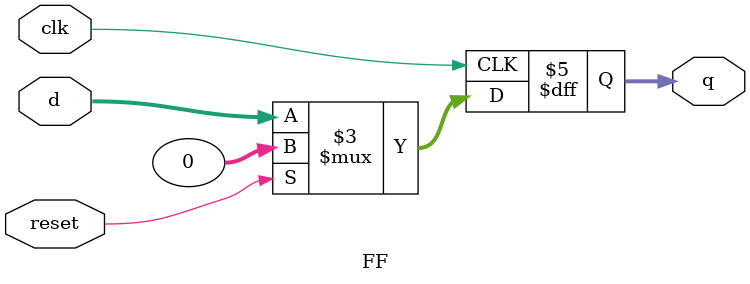
<source format=sv>
`timescale 1ns / 1ps


module FF(

 input logic clk,reset,
 input logic [31:0] d,
 output logic [31:0] q
    );
    
    always_ff @(posedge clk)
     if (reset)
      q <= 32'b0;
      
    else 
      q <= d;
      
       
    
endmodule

</source>
